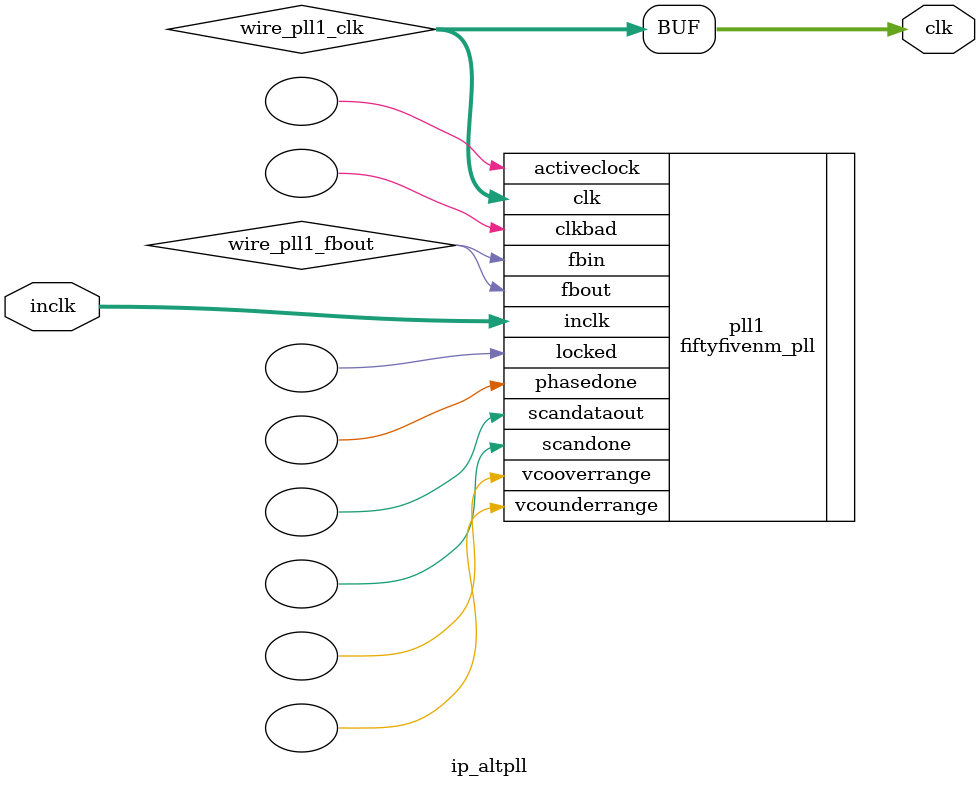
<source format=v>






//synthesis_resources = fiftyfivenm_pll 1 
//synopsys translate_off
`timescale 1 ps / 1 ps
//synopsys translate_on
module  ip_altpll
	( 
	clk,
	inclk) /* synthesis synthesis_clearbox=1 */;
	output   [4:0]  clk;
	input   [1:0]  inclk;
`ifndef ALTERA_RESERVED_QIS
// synopsys translate_off
`endif
	tri0   [1:0]  inclk;
`ifndef ALTERA_RESERVED_QIS
// synopsys translate_on
`endif

	wire  [4:0]   wire_pll1_clk;
	wire  wire_pll1_fbout;

	fiftyfivenm_pll   pll1
	( 
	.activeclock(),
	.clk(wire_pll1_clk),
	.clkbad(),
	.fbin(wire_pll1_fbout),
	.fbout(wire_pll1_fbout),
	.inclk(inclk),
	.locked(),
	.phasedone(),
	.scandataout(),
	.scandone(),
	.vcooverrange(),
	.vcounderrange()
	`ifndef FORMAL_VERIFICATION
	// synopsys translate_off
	`endif
	,
	.areset(1'b0),
	.clkswitch(1'b0),
	.configupdate(1'b0),
	.pfdena(1'b1),
	.phasecounterselect({3{1'b0}}),
	.phasestep(1'b0),
	.phaseupdown(1'b0),
	.scanclk(1'b0),
	.scanclkena(1'b1),
	.scandata(1'b0)
	`ifndef FORMAL_VERIFICATION
	// synopsys translate_on
	`endif
	);
	defparam
		pll1.bandwidth_type = "auto",
		pll1.clk0_divide_by = 2,
		pll1.clk0_duty_cycle = 50,
		pll1.clk0_multiply_by = 1,
		pll1.clk0_phase_shift = "0",
		pll1.clk1_divide_by = 25,
		pll1.clk1_duty_cycle = 50,
		pll1.clk1_multiply_by = 1,
		pll1.clk1_phase_shift = "0",
		pll1.clk2_divide_by = 25,
		pll1.clk2_duty_cycle = 50,
		pll1.clk2_multiply_by = 1,
		pll1.clk2_phase_shift = "375000",
		pll1.compensate_clock = "clk0",
		pll1.inclk0_input_frequency = 20000,
		pll1.operation_mode = "normal",
		pll1.pll_type = "auto",
		pll1.lpm_type = "fiftyfivenm_pll";
	assign
		clk = {wire_pll1_clk[4:0]};
endmodule //ip_altpll
//VALID FILE

</source>
